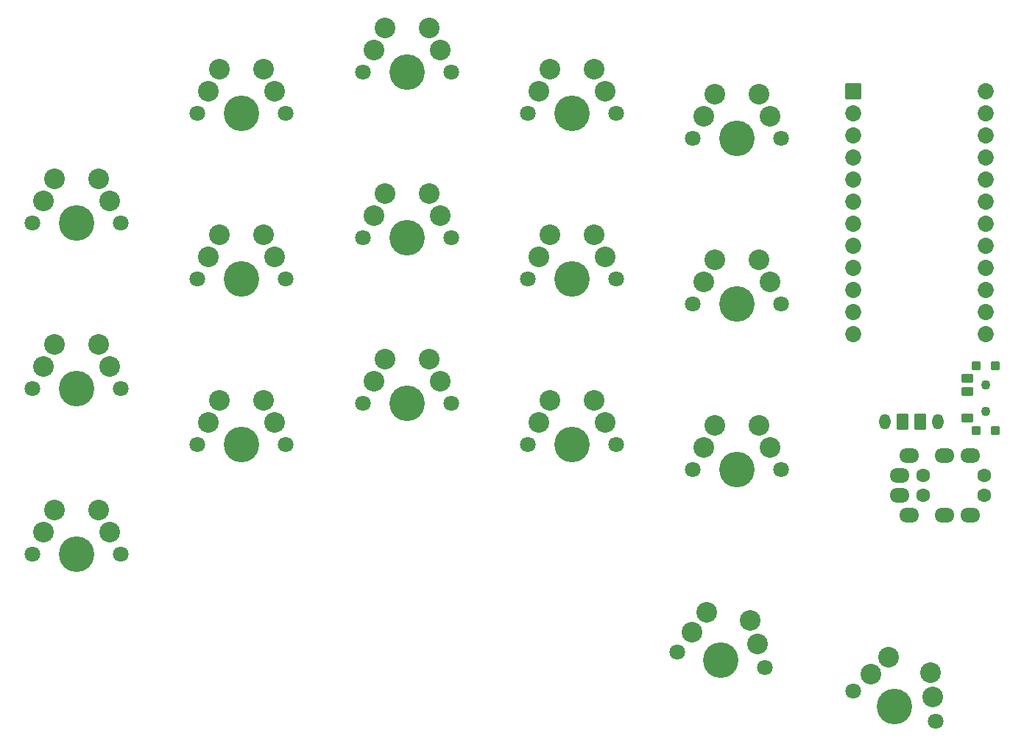
<source format=gbr>
%TF.GenerationSoftware,KiCad,Pcbnew,(7.0.0)*%
%TF.CreationDate,2023-03-27T22:06:22+01:00*%
%TF.ProjectId,olacc-34,6f6c6163-632d-4333-942e-6b696361645f,v1.0.0*%
%TF.SameCoordinates,Original*%
%TF.FileFunction,Soldermask,Top*%
%TF.FilePolarity,Negative*%
%FSLAX46Y46*%
G04 Gerber Fmt 4.6, Leading zero omitted, Abs format (unit mm)*
G04 Created by KiCad (PCBNEW (7.0.0)) date 2023-03-27 22:06:22*
%MOMM*%
%LPD*%
G01*
G04 APERTURE LIST*
G04 Aperture macros list*
%AMRoundRect*
0 Rectangle with rounded corners*
0 $1 Rounding radius*
0 $2 $3 $4 $5 $6 $7 $8 $9 X,Y pos of 4 corners*
0 Add a 4 corners polygon primitive as box body*
4,1,4,$2,$3,$4,$5,$6,$7,$8,$9,$2,$3,0*
0 Add four circle primitives for the rounded corners*
1,1,$1+$1,$2,$3*
1,1,$1+$1,$4,$5*
1,1,$1+$1,$6,$7*
1,1,$1+$1,$8,$9*
0 Add four rect primitives between the rounded corners*
20,1,$1+$1,$2,$3,$4,$5,0*
20,1,$1+$1,$4,$5,$6,$7,0*
20,1,$1+$1,$6,$7,$8,$9,0*
20,1,$1+$1,$8,$9,$2,$3,0*%
G04 Aperture macros list end*
%ADD10RoundRect,0.050000X-0.450000X0.450000X-0.450000X-0.450000X0.450000X-0.450000X0.450000X0.450000X0*%
%ADD11C,1.100000*%
%ADD12RoundRect,0.050000X-0.625000X0.450000X-0.625000X-0.450000X0.625000X-0.450000X0.625000X0.450000X0*%
%ADD13C,1.801800*%
%ADD14C,4.087800*%
%ADD15C,2.386000*%
%ADD16C,1.600000*%
%ADD17O,2.300000X1.700000*%
%ADD18RoundRect,0.050000X0.600000X0.850000X-0.600000X0.850000X-0.600000X-0.850000X0.600000X-0.850000X0*%
%ADD19O,1.300000X1.800000*%
%ADD20RoundRect,0.050000X-0.876300X0.876300X-0.876300X-0.876300X0.876300X-0.876300X0.876300X0.876300X0*%
%ADD21C,1.852600*%
%ADD22RoundRect,0.050000X-0.600000X-0.850000X0.600000X-0.850000X0.600000X0.850000X-0.600000X0.850000X0*%
G04 APERTURE END LIST*
D10*
%TO.C,T1*%
X105675000Y21615500D03*
X103475000Y21615500D03*
D11*
X104575000Y19415500D03*
X104575000Y16415500D03*
D10*
X105675000Y14215500D03*
X103475000Y14215500D03*
D12*
X102500000Y15665500D03*
X102500000Y18665500D03*
X102500000Y20165500D03*
%TD*%
D13*
%TO.C,S16*%
X69142177Y-11309867D03*
D14*
X74145000Y-12192000D03*
D13*
X79147823Y-13074133D03*
D15*
X72525721Y-6748110D03*
X77528544Y-7630243D03*
X70833949Y-9028989D03*
X78338184Y-10352188D03*
%TD*%
D13*
%TO.C,S6*%
X13920000Y50673000D03*
D14*
X19000000Y50673000D03*
D13*
X24080000Y50673000D03*
D15*
X16460000Y55753000D03*
X21540000Y55753000D03*
X15190000Y53213000D03*
X22810000Y53213000D03*
%TD*%
D13*
%TO.C,S14*%
X70920000Y28765500D03*
D14*
X76000000Y28765500D03*
D13*
X81080000Y28765500D03*
D15*
X73460000Y33845500D03*
X78540000Y33845500D03*
X72190000Y31305500D03*
X79810000Y31305500D03*
%TD*%
D16*
%TO.C,TRRS1*%
X104400000Y9015500D03*
X97400000Y9015500D03*
X104400000Y6715500D03*
X97400000Y6715500D03*
D17*
X94699999Y9015499D03*
X94699999Y6715499D03*
X95799999Y11315499D03*
X95799999Y4415499D03*
X99799999Y11315499D03*
X99799999Y4415499D03*
X102799999Y11315499D03*
X102799999Y4415499D03*
%TD*%
D13*
%TO.C,S8*%
X32920000Y36385500D03*
D14*
X38000000Y36385500D03*
D13*
X43080000Y36385500D03*
D15*
X35460000Y41465500D03*
X40540000Y41465500D03*
X34190000Y38925500D03*
X41810000Y38925500D03*
%TD*%
D13*
%TO.C,S7*%
X32920000Y17335500D03*
D14*
X38000000Y17335500D03*
D13*
X43080000Y17335500D03*
D15*
X35460000Y22415500D03*
X40540000Y22415500D03*
X34190000Y19875500D03*
X41810000Y19875500D03*
%TD*%
D13*
%TO.C,S10*%
X51920000Y12573000D03*
D14*
X57000000Y12573000D03*
D13*
X62080000Y12573000D03*
D15*
X54460000Y17653000D03*
X59540000Y17653000D03*
X53190000Y15113000D03*
X60810000Y15113000D03*
%TD*%
D13*
%TO.C,S3*%
X-5080000Y38100000D03*
D14*
X0Y38100000D03*
D13*
X5080000Y38100000D03*
D15*
X-2540000Y43180000D03*
X2540000Y43180000D03*
X-3810000Y40640000D03*
X3810000Y40640000D03*
%TD*%
D13*
%TO.C,S4*%
X13920000Y12573000D03*
D14*
X19000000Y12573000D03*
D13*
X24080000Y12573000D03*
D15*
X16460000Y17653000D03*
X21540000Y17653000D03*
X15190000Y15113000D03*
X22810000Y15113000D03*
%TD*%
D11*
%TO.C,T2*%
X104575000Y19415500D03*
X104575000Y16415500D03*
%TD*%
D13*
%TO.C,S2*%
X-5080000Y19050000D03*
D14*
X0Y19050000D03*
D13*
X5080000Y19050000D03*
D15*
X-2540000Y24130000D03*
X2540000Y24130000D03*
X-3810000Y21590000D03*
X3810000Y21590000D03*
%TD*%
D13*
%TO.C,S13*%
X70920000Y9715500D03*
D14*
X76000000Y9715500D03*
D13*
X81080000Y9715500D03*
D15*
X73460000Y14795500D03*
X78540000Y14795500D03*
X72190000Y12255500D03*
X79810000Y12255500D03*
%TD*%
D13*
%TO.C,S11*%
X51920000Y31623000D03*
D14*
X57000000Y31623000D03*
D13*
X62080000Y31623000D03*
D15*
X54460000Y36703000D03*
X59540000Y36703000D03*
X53190000Y34163000D03*
X60810000Y34163000D03*
%TD*%
D13*
%TO.C,S5*%
X13920000Y31623000D03*
D14*
X19000000Y31623000D03*
D13*
X24080000Y31623000D03*
D15*
X16460000Y36703000D03*
X21540000Y36703000D03*
X15190000Y34163000D03*
X22810000Y34163000D03*
%TD*%
D18*
%TO.C,JST1*%
X94980000Y15240000D03*
D19*
X92979999Y15239999D03*
%TD*%
D13*
%TO.C,S1*%
X-5080000Y0D03*
D14*
X0Y0D03*
D13*
X5080000Y0D03*
D15*
X-2540000Y5080000D03*
X2540000Y5080000D03*
X-3810000Y2540000D03*
X3810000Y2540000D03*
%TD*%
D13*
%TO.C,S9*%
X32920000Y55435500D03*
D14*
X38000000Y55435500D03*
D13*
X43080000Y55435500D03*
D15*
X35460000Y60515500D03*
X40540000Y60515500D03*
X34190000Y57975500D03*
X41810000Y57975500D03*
%TD*%
D13*
%TO.C,S12*%
X51920000Y50673000D03*
D14*
X57000000Y50673000D03*
D13*
X62080000Y50673000D03*
D15*
X54460000Y55753000D03*
X59540000Y55753000D03*
X53190000Y53213000D03*
X60810000Y53213000D03*
%TD*%
D13*
%TO.C,S15*%
X70920000Y47815500D03*
D14*
X76000000Y47815500D03*
D13*
X81080000Y47815500D03*
D15*
X73460000Y52895500D03*
X78540000Y52895500D03*
X72190000Y50355500D03*
X79810000Y50355500D03*
%TD*%
D20*
%TO.C,MCU1*%
X89335000Y53213000D03*
D21*
X89335000Y50673000D03*
X89335000Y48133000D03*
X89335000Y45593000D03*
X89335000Y43053000D03*
X89335000Y40513000D03*
X89335000Y37973000D03*
X89335000Y35433000D03*
X89335000Y32893000D03*
X89335000Y30353000D03*
X89335000Y27813000D03*
X89335000Y25273000D03*
X104575000Y53213000D03*
X104575000Y50673000D03*
X104575000Y48133000D03*
X104575000Y45593000D03*
X104575000Y43053000D03*
X104575000Y40513000D03*
X104575000Y37973000D03*
X104575000Y35433000D03*
X104575000Y32893000D03*
X104575000Y30353000D03*
X104575000Y27813000D03*
X104575000Y25273000D03*
%TD*%
D13*
%TO.C,S17*%
X89305970Y-15796000D03*
D14*
X94079609Y-17533462D03*
D13*
X98853248Y-19270924D03*
D15*
X93430252Y-11891092D03*
X98203891Y-13628555D03*
X91368111Y-13843546D03*
X98528569Y-16449739D03*
%TD*%
D22*
%TO.C,JST1*%
X97060000Y15240000D03*
D19*
X99059999Y15239999D03*
%TD*%
M02*

</source>
